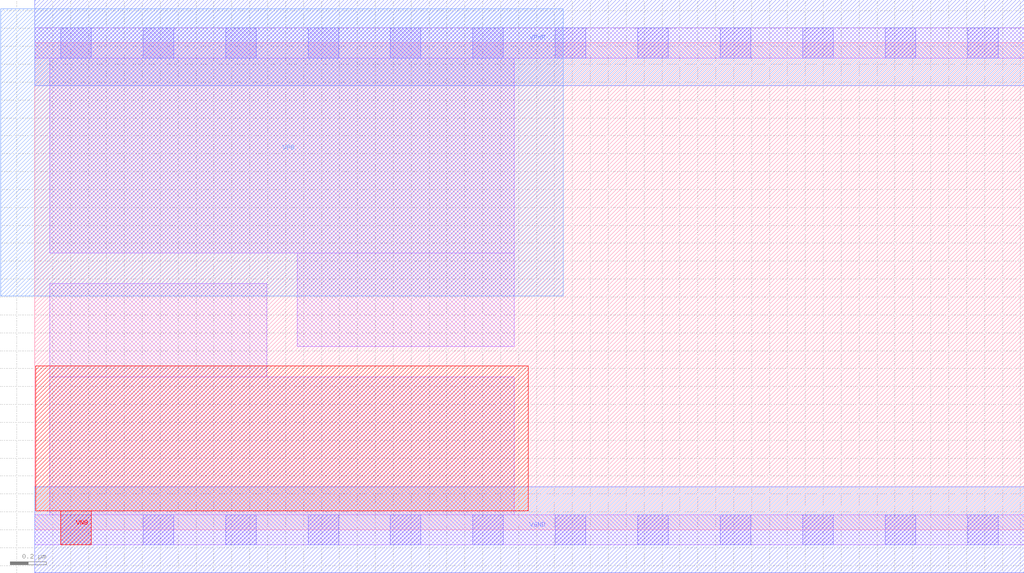
<source format=lef>
VERSION 5.7 ;
  NOWIREEXTENSIONATPIN ON ;
  DIVIDERCHAR "/" ;
  BUSBITCHARS "[]" ;
MACRO sky130_ef_sc_hd__fill_12
  CLASS BLOCK ;
  FOREIGN sky130_ef_sc_hd__fill_12 ;
  ORIGIN 0.000 0.000 ;
  SIZE 5.520 BY 2.720 ;
  PIN VPWR
    USE POWER ;
    PORT
      LAYER met1 ;
        RECT 0.000 2.480 5.520 2.960 ;
    END
  END VPWR
  PIN VGND
    USE GROUND ;
    PORT
      LAYER met1 ;
        RECT 0.000 -0.240 5.520 0.240 ;
    END
  END VGND
  PIN VPB
    DIRECTION INOUT ;
    USE POWER ;
    PORT
      LAYER nwell ;
        RECT -0.190 1.305 2.950 2.910 ;
    END
  END VPB
  PIN VNB
    DIRECTION INOUT ;
    USE GROUND ;
    PORT
      LAYER pwell ;
        RECT 0.005 0.105 2.755 0.915 ;
        RECT 0.145 -0.085 0.315 0.105 ;
    END
  END VNB
  OBS
      LAYER li1 ;
        RECT 0.000 2.635 5.520 2.805 ;
        RECT 0.085 1.545 2.675 2.635 ;
        RECT 0.085 0.855 1.295 1.375 ;
        RECT 1.465 1.025 2.675 1.545 ;
        RECT 0.085 0.085 2.675 0.855 ;
        RECT 0.000 -0.085 5.520 0.085 ;
      LAYER mcon ;
        RECT 0.145 2.635 0.315 2.805 ;
        RECT 0.605 2.635 0.775 2.805 ;
        RECT 1.065 2.635 1.235 2.805 ;
        RECT 1.525 2.635 1.695 2.805 ;
        RECT 1.985 2.635 2.155 2.805 ;
        RECT 2.445 2.635 2.615 2.805 ;
        RECT 2.905 2.635 3.075 2.805 ;
        RECT 3.365 2.635 3.535 2.805 ;
        RECT 3.825 2.635 3.995 2.805 ;
        RECT 4.285 2.635 4.455 2.805 ;
        RECT 4.745 2.635 4.915 2.805 ;
        RECT 5.205 2.635 5.375 2.805 ;
        RECT 0.145 -0.085 0.315 0.085 ;
        RECT 0.605 -0.085 0.775 0.085 ;
        RECT 1.065 -0.085 1.235 0.085 ;
        RECT 1.525 -0.085 1.695 0.085 ;
        RECT 1.985 -0.085 2.155 0.085 ;
        RECT 2.445 -0.085 2.615 0.085 ;
        RECT 2.905 -0.085 3.075 0.085 ;
        RECT 3.365 -0.085 3.535 0.085 ;
        RECT 3.825 -0.085 3.995 0.085 ;
        RECT 4.285 -0.085 4.455 0.085 ;
        RECT 4.745 -0.085 4.915 0.085 ;
        RECT 5.205 -0.085 5.375 0.085 ;
  END
END sky130_ef_sc_hd__fill_12
END LIBRARY


</source>
